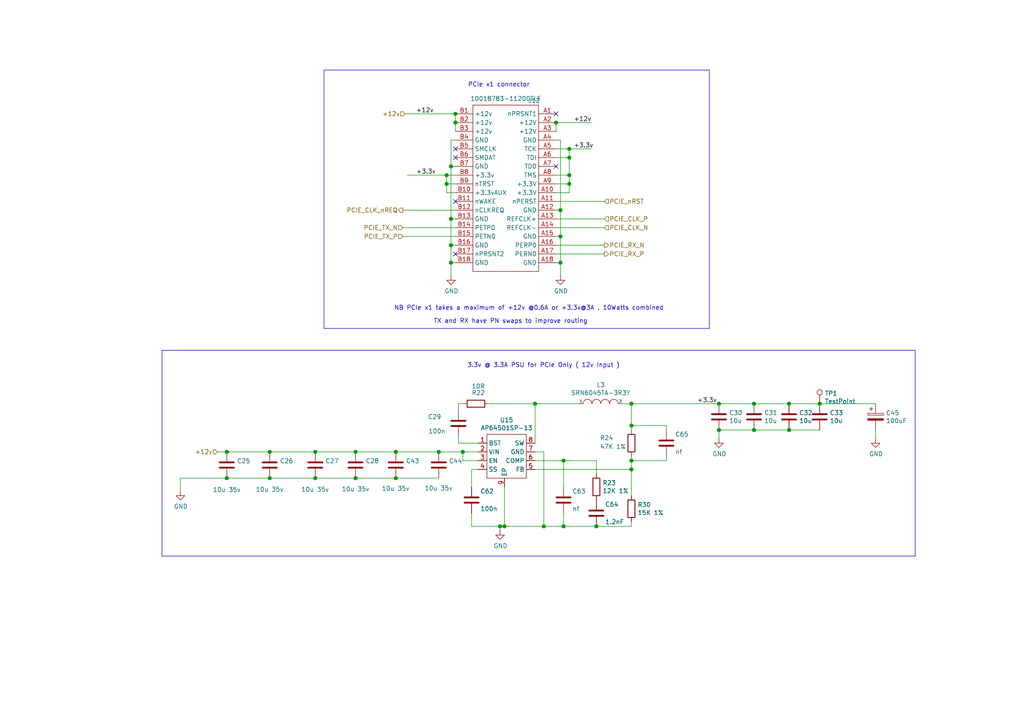
<source format=kicad_sch>
(kicad_sch (version 20210406) (generator eeschema)
  (paper "A4")
  (title_block (title "Compute Module 4 IO Board - PCIe") (rev "1") (company "(c) Raspberry Pi Trading 2020") (comment 1 "www.raspberrypi.org"))
  (lib_symbols
    (symbol "CM4IO:AP64351"
      (property "Reference" "U" (at 0 8.89 0))
      (property "Value" "AP64351" (at 1.27 6.35 0))
      (symbol "AP64351_0_1"
        (rectangle (start -5.08 5.08) (end 6.35 -7.62))
      )
      (symbol "AP64351_1_1"
        (pin passive line (at -7.62 2.54 0) (length 2.54) (name "BST") (number "1"))
        (pin power_in line (at -7.62 0 0) (length 2.54) (name "VIN") (number "2"))
        (pin input line (at -7.62 -2.54 0) (length 2.54) (name "EN") (number "3"))
        (pin input line (at -7.62 -5.08 0) (length 2.54) (name "SS") (number "4"))
        (pin input line (at 8.89 -5.08 180) (length 2.54) (name "FB") (number "5"))
        (pin input line (at 8.89 -2.54 180) (length 2.54) (name "COMP") (number "6"))
        (pin power_in line (at 8.89 0 180) (length 2.54) (name "GND") (number "7"))
        (pin output line (at 8.89 2.54 180) (length 2.54) (name "SW") (number "8"))
        (pin passive line (at 0 -10.16 90) (length 2.54) (name "EP") (number "9"))
      )
    )
    (symbol "CM4IO:PCIe-x1"
      (property "Reference" "J" (at -13.97 36.83 0))
      (property "Value" "PCIe-x1" (at -5.08 -13.97 0))
      (symbol "PCIe-x1_0_0"
        (pin passive line (at 10.16 33.02 180) (length 5.08) (name "nPRSNT1") (number "A1"))
        (pin power_in line (at 10.16 10.16 180) (length 5.08) (name "+3.3V") (number "A10"))
        (pin input line (at 10.16 7.62 180) (length 5.08) (name "nPERST") (number "A11"))
        (pin power_in line (at 10.16 5.08 180) (length 5.08) (name "GND") (number "A12"))
        (pin input line (at 10.16 2.54 180) (length 5.08) (name "REFCLK+") (number "A13"))
        (pin input line (at 10.16 0 180) (length 5.08) (name "REFCLK-") (number "A14"))
        (pin power_in line (at 10.16 -2.54 180) (length 5.08) (name "GND") (number "A15"))
        (pin output line (at 10.16 -5.08 180) (length 5.08) (name "PERP0") (number "A16"))
        (pin output line (at 10.16 -7.62 180) (length 5.08) (name "PERN0") (number "A17"))
        (pin power_in line (at 10.16 -10.16 180) (length 5.08) (name "GND") (number "A18"))
        (pin power_in line (at 10.16 30.48 180) (length 5.08) (name "+12V") (number "A2"))
        (pin power_in line (at 10.16 27.94 180) (length 5.08) (name "+12V") (number "A3"))
        (pin power_in line (at 10.16 25.4 180) (length 5.08) (name "GND") (number "A4"))
        (pin input line (at 10.16 22.86 180) (length 5.08) (name "TCK") (number "A5"))
        (pin input line (at 10.16 20.32 180) (length 5.08) (name "TDI") (number "A6"))
        (pin output line (at 10.16 17.78 180) (length 5.08) (name "TD0") (number "A7"))
        (pin input line (at 10.16 15.24 180) (length 5.08) (name "TMS") (number "A8"))
        (pin power_in line (at 10.16 12.7 180) (length 5.08) (name "+3.3V") (number "A9"))
        (pin power_in line (at -19.05 33.02 0) (length 5.08) (name "+12v") (number "B1"))
        (pin power_in line (at -19.05 10.16 0) (length 5.08) (name "+3.3vAUX") (number "B10"))
        (pin open_collector line (at -19.05 7.62 0) (length 5.08) (name "nWAKE") (number "B11"))
        (pin open_collector line (at -19.05 5.08 0) (length 5.08) (name "nCLKREQ") (number "B12"))
        (pin power_in line (at -19.05 2.54 0) (length 5.08) (name "GND") (number "B13"))
        (pin input line (at -19.05 0 0) (length 5.08) (name "PETP0") (number "B14"))
        (pin input line (at -19.05 -2.54 0) (length 5.08) (name "PETN0") (number "B15"))
        (pin power_in line (at -19.05 -5.08 0) (length 5.08) (name "GND") (number "B16"))
        (pin passive line (at -19.05 -7.62 0) (length 5.08) (name "nPRSNT2") (number "B17"))
        (pin power_in line (at -19.05 -10.16 0) (length 5.08) (name "GND") (number "B18"))
        (pin power_in line (at -19.05 30.48 0) (length 5.08) (name "+12v") (number "B2"))
        (pin power_in line (at -19.05 27.94 0) (length 5.08) (name "+12v") (number "B3"))
        (pin power_in line (at -19.05 25.4 0) (length 5.08) (name "GND") (number "B4"))
        (pin passive line (at -19.05 22.86 0) (length 5.08) (name "SMCLK") (number "B5"))
        (pin passive line (at -19.05 20.32 0) (length 5.08) (name "SMDAT") (number "B6"))
        (pin power_in line (at -19.05 17.78 0) (length 5.08) (name "GND") (number "B7"))
        (pin power_in line (at -19.05 15.24 0) (length 5.08) (name "+3.3v") (number "B8"))
        (pin input line (at -19.05 12.7 0) (length 5.08) (name "nTRST") (number "B9"))
      )
      (symbol "PCIe-x1_0_1"
        (rectangle (start -13.97 35.56) (end 5.08 -12.7))
      )
    )
    (symbol "Connector:TestPoint" (pin_numbers hide) (pin_names (offset 0.762) hide)
      (property "Reference" "TP" (at 0 6.858 0))
      (property "Value" "TestPoint" (at 0 5.08 0))
      (symbol "TestPoint_0_1"
        (circle (center 0 3.302) (radius 0.762))
      )
      (symbol "TestPoint_1_1"
        (pin passive line (at 0 0 90) (length 2.54) (name "1") (number "1"))
      )
    )
    (symbol "Device:C" (pin_numbers hide) (pin_names (offset 0.254))
      (property "Reference" "C" (at 0.635 2.54 0))
      (property "Value" "C" (at 0.635 -2.54 0))
      (symbol "C_0_1"
        (polyline (pts (xy -2.032 -0.762) (xy 2.032 -0.762)) (stroke (width 0.508)))
        (polyline (pts (xy -2.032 0.762) (xy 2.032 0.762)) (stroke (width 0.508)))
      )
      (symbol "C_1_1"
        (pin passive line (at 0 3.81 270) (length 2.794) (name "~") (number "1"))
        (pin passive line (at 0 -3.81 90) (length 2.794) (name "~") (number "2"))
      )
    )
    (symbol "Device:CP" (pin_numbers hide) (pin_names (offset 0.254))
      (property "Reference" "C" (at 0.635 2.54 0))
      (property "Value" "CP" (at 0.635 -2.54 0))
      (symbol "CP_0_1"
        (rectangle (start -2.286 0.508) (end 2.286 1.016))
        (rectangle (start 2.286 -0.508) (end -2.286 -1.016) (fill (type outline)))
        (polyline (pts (xy -1.778 2.286) (xy -0.762 2.286)))
        (polyline (pts (xy -1.27 2.794) (xy -1.27 1.778)))
      )
      (symbol "CP_1_1"
        (pin passive line (at 0 3.81 270) (length 2.794) (name "~") (number "1"))
        (pin passive line (at 0 -3.81 90) (length 2.794) (name "~") (number "2"))
      )
    )
    (symbol "Device:R" (pin_numbers hide) (pin_names (offset 0))
      (property "Reference" "R" (at 2.032 0 90))
      (property "Value" "R" (at 0 0 90))
      (symbol "R_0_1"
        (rectangle (start -1.016 -2.54) (end 1.016 2.54) (stroke (width 0.254)))
      )
      (symbol "R_1_1"
        (pin passive line (at 0 3.81 270) (length 1.27) (name "~") (number "1"))
        (pin passive line (at 0 -3.81 90) (length 1.27) (name "~") (number "2"))
      )
    )
    (symbol "power:GND" (power) (pin_names (offset 0))
      (property "Value" "GND" (at 0 -3.81 0))
      (symbol "GND_0_1"
        (polyline (pts (xy 0 0) (xy 0 -1.27) (xy 1.27 -1.27) (xy 0 -2.54) (xy -1.27 -1.27) (xy 0 -1.27)))
      )
      (symbol "GND_1_1"
        (pin power_in line (at 0 0 270) (length 0) hide (name "GND") (number "1"))
      )
    )
    (symbol "pspice:INDUCTOR" (pin_numbers hide) (pin_names (offset 0))
      (property "Reference" "L" (at 0 2.54 0))
      (property "Value" "INDUCTOR" (at 0 -1.27 0))
      (symbol "INDUCTOR_0_1"
        (arc (start -2.54 0) (end -5.08 0) (radius (at -3.81 0) (length 1.27) (angles 0.1 179.9)))
        (arc (start 0 0) (end -2.54 0) (radius (at -1.27 0) (length 1.27) (angles 0.1 179.9)))
        (arc (start 2.54 0) (end 0 0) (radius (at 1.27 0) (length 1.27) (angles 0.1 179.9)))
        (arc (start 5.08 0) (end 2.54 0) (radius (at 3.81 0) (length 1.27) (angles 0.1 179.9)))
      )
      (symbol "INDUCTOR_1_1"
        (pin input line (at -6.35 0 0) (length 1.27) (name "1") (number "1"))
        (pin input line (at 6.35 0 180) (length 1.27) (name "2") (number "2"))
      )
    )
  )
  (junction (at 65.786 131.064) (diameter 1.016))
  (junction (at 65.786 138.684) (diameter 1.016))
  (junction (at 78.232 131.064) (diameter 1.016))
  (junction (at 78.232 138.684) (diameter 1.016))
  (junction (at 91.44 131.064) (diameter 1.016))
  (junction (at 91.44 138.684) (diameter 1.016))
  (junction (at 103.124 131.064) (diameter 1.016))
  (junction (at 103.124 138.684) (diameter 1.016))
  (junction (at 114.808 131.064) (diameter 1.016))
  (junction (at 114.808 138.684) (diameter 1.016))
  (junction (at 127.254 131.064) (diameter 1.016))
  (junction (at 129.54 50.8) (diameter 1.016))
  (junction (at 129.54 53.34) (diameter 1.016))
  (junction (at 130.81 48.26) (diameter 1.016))
  (junction (at 130.81 63.5) (diameter 1.016))
  (junction (at 130.81 71.12) (diameter 1.016))
  (junction (at 130.81 76.2) (diameter 1.016))
  (junction (at 132.08 33.02) (diameter 1.016))
  (junction (at 132.08 35.56) (diameter 1.016))
  (junction (at 134.239 131.064) (diameter 1.016))
  (junction (at 145.034 152.654) (diameter 1.016))
  (junction (at 146.304 152.654) (diameter 1.016))
  (junction (at 155.194 117.094) (diameter 1.016))
  (junction (at 157.734 152.654) (diameter 1.016))
  (junction (at 161.29 35.56) (diameter 1.016))
  (junction (at 162.56 60.96) (diameter 1.016))
  (junction (at 162.56 68.58) (diameter 1.016))
  (junction (at 162.56 76.2) (diameter 1.016))
  (junction (at 163.449 133.604) (diameter 1.016))
  (junction (at 163.449 152.654) (diameter 1.016))
  (junction (at 165.1 43.18) (diameter 1.016))
  (junction (at 165.1 45.72) (diameter 1.016))
  (junction (at 165.1 50.8) (diameter 1.016))
  (junction (at 165.1 53.34) (diameter 1.016))
  (junction (at 172.974 152.654) (diameter 1.016))
  (junction (at 183.134 117.094) (diameter 1.016))
  (junction (at 183.134 123.444) (diameter 1.016))
  (junction (at 183.134 133.604) (diameter 1.016))
  (junction (at 183.134 136.144) (diameter 1.016))
  (junction (at 208.534 117.094) (diameter 1.016))
  (junction (at 208.534 124.714) (diameter 1.016))
  (junction (at 218.694 117.094) (diameter 1.016))
  (junction (at 218.694 124.714) (diameter 1.016))
  (junction (at 228.854 117.094) (diameter 1.016))
  (junction (at 228.854 124.714) (diameter 1.016))
  (junction (at 237.744 117.094) (diameter 1.016))
  (no_connect (at 132.08 43.18))
  (no_connect (at 132.08 45.72))
  (no_connect (at 132.08 58.42))
  (no_connect (at 132.08 73.66))
  (no_connect (at 161.29 33.02))
  (no_connect (at 161.29 48.26))
  (wire (pts (xy 52.324 138.684) (xy 52.324 142.494)))
  (wire (pts (xy 52.324 138.684) (xy 65.786 138.684)))
  (wire (pts (xy 63.119 131.064) (xy 65.786 131.064)))
  (wire (pts (xy 65.786 131.064) (xy 78.232 131.064)))
  (wire (pts (xy 65.786 138.684) (xy 78.232 138.684)))
  (wire (pts (xy 78.232 131.064) (xy 91.44 131.064)))
  (wire (pts (xy 78.232 138.684) (xy 91.44 138.684)))
  (wire (pts (xy 91.44 131.064) (xy 103.124 131.064)))
  (wire (pts (xy 91.44 138.684) (xy 103.124 138.684)))
  (wire (pts (xy 103.124 131.064) (xy 114.808 131.064)))
  (wire (pts (xy 103.124 138.684) (xy 114.808 138.684)))
  (wire (pts (xy 114.808 131.064) (xy 127.254 131.064)))
  (wire (pts (xy 114.808 138.684) (xy 127.254 138.684)))
  (wire (pts (xy 117.475 33.02) (xy 132.08 33.02)))
  (wire (pts (xy 118.11 50.8) (xy 129.54 50.8)))
  (wire (pts (xy 127.254 131.064) (xy 134.239 131.064)))
  (wire (pts (xy 129.54 50.8) (xy 129.54 53.34)))
  (wire (pts (xy 129.54 50.8) (xy 132.08 50.8)))
  (wire (pts (xy 129.54 53.34) (xy 129.54 55.88)))
  (wire (pts (xy 129.54 53.34) (xy 132.08 53.34)))
  (wire (pts (xy 129.54 55.88) (xy 132.08 55.88)))
  (wire (pts (xy 130.81 40.64) (xy 130.81 48.26)))
  (wire (pts (xy 130.81 48.26) (xy 130.81 63.5)))
  (wire (pts (xy 130.81 63.5) (xy 130.81 71.12)))
  (wire (pts (xy 130.81 71.12) (xy 130.81 76.2)))
  (wire (pts (xy 130.81 76.2) (xy 130.81 80.01)))
  (wire (pts (xy 130.81 76.2) (xy 132.08 76.2)))
  (wire (pts (xy 132.08 35.56) (xy 132.08 33.02)))
  (wire (pts (xy 132.08 38.1) (xy 132.08 35.56)))
  (wire (pts (xy 132.08 40.64) (xy 130.81 40.64)))
  (wire (pts (xy 132.08 48.26) (xy 130.81 48.26)))
  (wire (pts (xy 132.08 60.96) (xy 116.84 60.96)))
  (wire (pts (xy 132.08 63.5) (xy 130.81 63.5)))
  (wire (pts (xy 132.08 66.04) (xy 116.84 66.04)))
  (wire (pts (xy 132.08 68.58) (xy 116.84 68.58)))
  (wire (pts (xy 132.08 71.12) (xy 130.81 71.12)))
  (wire (pts (xy 132.969 117.094) (xy 134.239 117.094)))
  (wire (pts (xy 132.969 118.999) (xy 132.969 117.094)))
  (wire (pts (xy 132.969 126.619) (xy 132.969 128.524)))
  (wire (pts (xy 132.969 128.524) (xy 138.684 128.524)))
  (wire (pts (xy 134.239 131.064) (xy 134.239 133.604)))
  (wire (pts (xy 134.239 131.064) (xy 138.684 131.064)))
  (wire (pts (xy 134.239 133.604) (xy 138.684 133.604)))
  (wire (pts (xy 136.779 136.144) (xy 136.779 141.224)))
  (wire (pts (xy 136.779 148.844) (xy 136.779 152.654)))
  (wire (pts (xy 136.779 152.654) (xy 145.034 152.654)))
  (wire (pts (xy 138.684 136.144) (xy 136.779 136.144)))
  (wire (pts (xy 141.859 117.094) (xy 155.194 117.094)))
  (wire (pts (xy 145.034 152.654) (xy 146.304 152.654)))
  (wire (pts (xy 145.034 153.924) (xy 145.034 152.654)))
  (wire (pts (xy 146.304 141.224) (xy 146.304 152.654)))
  (wire (pts (xy 146.304 152.654) (xy 157.734 152.654)))
  (wire (pts (xy 155.194 117.094) (xy 155.194 128.524)))
  (wire (pts (xy 155.194 117.094) (xy 167.894 117.094)))
  (wire (pts (xy 155.194 131.064) (xy 157.734 131.064)))
  (wire (pts (xy 155.194 133.604) (xy 163.449 133.604)))
  (wire (pts (xy 155.194 136.144) (xy 183.134 136.144)))
  (wire (pts (xy 157.734 131.064) (xy 157.734 152.654)))
  (wire (pts (xy 157.734 152.654) (xy 163.449 152.654)))
  (wire (pts (xy 161.29 35.56) (xy 171.45 35.56)))
  (wire (pts (xy 161.29 38.1) (xy 161.29 35.56)))
  (wire (pts (xy 161.29 40.64) (xy 162.56 40.64)))
  (wire (pts (xy 161.29 43.18) (xy 165.1 43.18)))
  (wire (pts (xy 161.29 45.72) (xy 165.1 45.72)))
  (wire (pts (xy 161.29 50.8) (xy 165.1 50.8)))
  (wire (pts (xy 161.29 53.34) (xy 165.1 53.34)))
  (wire (pts (xy 161.29 55.88) (xy 165.1 55.88)))
  (wire (pts (xy 161.29 58.42) (xy 175.26 58.42)))
  (wire (pts (xy 161.29 60.96) (xy 162.56 60.96)))
  (wire (pts (xy 161.29 63.5) (xy 175.26 63.5)))
  (wire (pts (xy 161.29 66.04) (xy 175.26 66.04)))
  (wire (pts (xy 161.29 68.58) (xy 162.56 68.58)))
  (wire (pts (xy 161.29 71.12) (xy 175.26 71.12)))
  (wire (pts (xy 161.29 73.66) (xy 175.26 73.66)))
  (wire (pts (xy 162.56 40.64) (xy 162.56 60.96)))
  (wire (pts (xy 162.56 60.96) (xy 162.56 68.58)))
  (wire (pts (xy 162.56 68.58) (xy 162.56 76.2)))
  (wire (pts (xy 162.56 76.2) (xy 161.29 76.2)))
  (wire (pts (xy 162.56 76.2) (xy 162.56 80.01)))
  (wire (pts (xy 163.449 133.604) (xy 163.449 141.224)))
  (wire (pts (xy 163.449 133.604) (xy 172.974 133.604)))
  (wire (pts (xy 163.449 148.844) (xy 163.449 152.654)))
  (wire (pts (xy 163.449 152.654) (xy 172.974 152.654)))
  (wire (pts (xy 165.1 43.18) (xy 165.1 45.72)))
  (wire (pts (xy 165.1 43.18) (xy 171.45 43.18)))
  (wire (pts (xy 165.1 45.72) (xy 165.1 50.8)))
  (wire (pts (xy 165.1 50.8) (xy 165.1 53.34)))
  (wire (pts (xy 165.1 55.88) (xy 165.1 53.34)))
  (wire (pts (xy 172.974 137.414) (xy 172.974 133.604)))
  (wire (pts (xy 172.974 152.654) (xy 183.134 152.654)))
  (wire (pts (xy 180.594 117.094) (xy 183.134 117.094)))
  (wire (pts (xy 183.134 117.094) (xy 183.134 123.444)))
  (wire (pts (xy 183.134 117.094) (xy 208.534 117.094)))
  (wire (pts (xy 183.134 123.444) (xy 183.134 124.714)))
  (wire (pts (xy 183.134 123.444) (xy 193.294 123.444)))
  (wire (pts (xy 183.134 132.334) (xy 183.134 133.604)))
  (wire (pts (xy 183.134 133.604) (xy 183.134 136.144)))
  (wire (pts (xy 183.134 133.604) (xy 193.294 133.604)))
  (wire (pts (xy 183.134 136.144) (xy 183.134 143.764)))
  (wire (pts (xy 183.134 152.654) (xy 183.134 151.384)))
  (wire (pts (xy 193.294 123.444) (xy 193.294 124.714)))
  (wire (pts (xy 193.294 133.604) (xy 193.294 132.334)))
  (wire (pts (xy 208.534 117.094) (xy 218.694 117.094)))
  (wire (pts (xy 208.534 124.714) (xy 208.534 127.254)))
  (wire (pts (xy 218.694 117.094) (xy 228.854 117.094)))
  (wire (pts (xy 218.694 124.714) (xy 208.534 124.714)))
  (wire (pts (xy 228.854 117.094) (xy 237.744 117.094)))
  (wire (pts (xy 228.854 124.714) (xy 218.694 124.714)))
  (wire (pts (xy 237.744 117.094) (xy 253.9492 117.094)))
  (wire (pts (xy 237.744 124.714) (xy 228.854 124.714)))
  (wire (pts (xy 253.9492 124.714) (xy 253.9492 127.254)))
  (polyline (pts (xy 46.99 101.6) (xy 46.99 161.29)) (stroke (width 0) (type solid)))
  (polyline (pts (xy 46.99 101.6) (xy 265.43 101.6)) (stroke (width 0) (type solid)))
  (polyline (pts (xy 93.98 20.32) (xy 205.74 20.32)) (stroke (width 0) (type solid)))
  (polyline (pts (xy 93.98 95.25) (xy 93.98 20.32)) (stroke (width 0) (type solid)))
  (polyline (pts (xy 205.74 20.32) (xy 205.74 95.25)) (stroke (width 0) (type solid)))
  (polyline (pts (xy 205.74 95.25) (xy 93.98 95.25)) (stroke (width 0) (type solid)))
  (polyline (pts (xy 265.43 101.6) (xy 265.43 161.29)) (stroke (width 0) (type solid)))
  (polyline (pts (xy 265.43 161.29) (xy 46.99 161.29)) (stroke (width 0) (type solid)))
  (text "NB PCIe x1 takes a maximum of +12v @0.6A or +3.3v@3A , 10Watts combined" (at 114.3 90.17 0) (effects (font (size 1.27 1.27)) (justify left bottom)))
  (text "TX and RX have PN swaps to improve routing\n" (at 125.73 93.98 0) (effects (font (size 1.27 1.27)) (justify left bottom)))
  (text "3.3v @ 3.3A PSU for PCIe Only ( 12v Input )\n\n" (at 135.509 108.839 0) (effects (font (size 1.27 1.27)) (justify left bottom)))
  (text "PCIe x1 connector" (at 153.67 25.4 180) (effects (font (size 1.27 1.27)) (justify right bottom)))
  (label "+12v" (at 120.65 33.02 0))
  (label "+3.3v" (at 120.65 50.8 0))
  (label "+12v" (at 166.37 35.56 0))
  (label "+3.3v" (at 166.37 43.18 0))
  (label "+3.3v" (at 202.184 117.094 0))
  (hierarchical_label "+12v" (shape input) (at 63.119 131.064 180))
  (hierarchical_label "PCIE_CLK_nREQ" (shape output) (at 116.84 60.96 180))
  (hierarchical_label "PCIE_TX_N" (shape input) (at 116.84 66.04 180))
  (hierarchical_label "PCIE_TX_P" (shape input) (at 116.84 68.58 180))
  (hierarchical_label "+12v" (shape input) (at 117.475 33.02 180))
  (hierarchical_label "PCIE_nRST" (shape input) (at 175.26 58.42 0))
  (hierarchical_label "PCIE_CLK_P" (shape input) (at 175.26 63.5 0))
  (hierarchical_label "PCIE_CLK_N" (shape input) (at 175.26 66.04 0))
  (hierarchical_label "PCIE_RX_N" (shape output) (at 175.26 71.12 0))
  (hierarchical_label "PCIE_RX_P" (shape output) (at 175.26 73.66 0))
  (symbol (lib_id "Connector:TestPoint") (at 237.744 117.094 0) (unit 1)
    (property "Reference" "TP1" (at 239.2172 114.0968 0) (effects (justify left)))
    (property "Value" "TestPoint" (at 239.2172 116.4082 0) (effects (justify left)))
    (property "Footprint" "TestPoint:TestPoint_Pad_2.0x2.0mm" (effects hide))
    (property "Field4" "nf" (effects hide))
    (property "Field5" "nf" (effects hide))
    (property "Field6" "nf" (effects hide))
    (property "Field7" "nf" (effects hide))
  )
  (symbol (lib_id "power:GND") (at 52.324 142.494 0) (unit 1)
    (property "Reference" "#PWR?" (effects hide))
    (property "Value" "GND" (at 52.451 146.8882 0))
  )
  (symbol (lib_id "power:GND") (at 130.81 80.01 0) (unit 1)
    (property "Reference" "#PWR?" (effects hide))
    (property "Value" "GND" (at 130.937 84.4042 0))
  )
  (symbol (lib_id "power:GND") (at 145.034 153.924 0) (unit 1)
    (property "Reference" "#PWR?" (effects hide))
    (property "Value" "GND" (at 145.161 158.3182 0))
  )
  (symbol (lib_id "power:GND") (at 162.56 80.01 0) (unit 1)
    (property "Reference" "#PWR?" (effects hide))
    (property "Value" "GND" (at 162.687 84.4042 0))
  )
  (symbol (lib_id "power:GND") (at 208.534 127.254 0) (unit 1)
    (property "Reference" "#PWR?" (effects hide))
    (property "Value" "GND" (at 208.661 131.6482 0))
  )
  (symbol (lib_id "power:GND") (at 253.9492 127.254 0) (unit 1)
    (property "Reference" "#PWR?" (effects hide))
    (property "Value" "GND" (at 254.0762 131.6482 0))
  )
  (symbol (lib_id "Device:R") (at 138.049 117.094 270) (unit 1)
    (property "Reference" "R22" (at 136.779 113.919 90) (effects (justify left)))
    (property "Value" "10R" (at 136.779 112.014 90) (effects (justify left)))
    (property "Footprint" "Resistor_SMD:R_0402_1005Metric" (effects hide))
    (property "Datasheet" "https://fscdn.rohm.com/en/products/databook/datasheet/passive/resistor/chip_resistor/mcr-e.pdf" (effects hide))
    (property "Field4" "Farnell" (effects hide))
    (property "Field5" "9238999" (effects hide))
    (property "Field7" "Yageo" (effects hide))
    (property "Field6" "RC0402FR-0710RL" (effects hide))
    (property "Field8" "URES00256" (effects hide))
    (property "Part Description" "Resistor 10R M1005 1% 63mW" (effects hide))
  )
  (symbol (lib_id "Device:R") (at 172.974 141.224 0) (unit 1)
    (property "Reference" "R23" (at 174.752 140.0556 0) (effects (justify left)))
    (property "Value" "12K 1%" (at 174.752 142.367 0) (effects (justify left)))
    (property "Footprint" "Resistor_SMD:R_0402_1005Metric" (effects hide))
    (property "Datasheet" "https://fscdn.rohm.com/en/products/databook/datasheet/passive/resistor/chip_resistor/mcr-e.pdf" (effects hide))
    (property "Field4" "Farnell" (effects hide))
    (property "Field5" "9239367" (effects hide))
    (property "Field7" "Rohm" (effects hide))
    (property "Field6" "MCR01MZPF1202" (effects hide))
    (property "Part Description" "Resistor 12K M1005 1% 63mW" (effects hide))
  )
  (symbol (lib_id "Device:R") (at 183.134 128.524 0) (unit 1)
    (property "Reference" "R24" (at 173.99 127 0) (effects (justify left)))
    (property "Value" "47K 1%" (at 173.99 129.54 0) (effects (justify left)))
    (property "Footprint" "Resistor_SMD:R_0402_1005Metric" (effects hide))
    (property "Datasheet" "https://fscdn.rohm.com/en/products/databook/datasheet/passive/resistor/chip_resistor/mcr-e.pdf" (effects hide))
    (property "Field4" "Farnell" (effects hide))
    (property "Field5" "9239430" (effects hide))
    (property "Field7" "KOA EUROPE GMBH" (effects hide))
    (property "Field6" "RK73G1ETQTP4702D  " (effects hide))
    (property "Part Description" "Resistor 47K M1005 1% 63mW" (effects hide))
    (property "Field8" "120892781" (effects hide))
  )
  (symbol (lib_id "Device:R") (at 183.134 147.574 0) (unit 1)
    (property "Reference" "R30" (at 184.912 146.4056 0) (effects (justify left)))
    (property "Value" "15K 1%" (at 184.912 148.717 0) (effects (justify left)))
    (property "Footprint" "Resistor_SMD:R_0402_1005Metric" (effects hide))
    (property "Datasheet" "https://fscdn.rohm.com/en/products/databook/datasheet/passive/resistor/chip_resistor/mcr-e.pdf" (effects hide))
    (property "Field4" "Farnell" (effects hide))
    (property "Field5" "9239375" (effects hide))
    (property "Field6" "MCR01MZPF1502" (effects hide))
    (property "Field7" "Rohm" (effects hide))
    (property "Part Description" "Resistor 15K M1005 1% 63mW" (effects hide))
    (property "Field8" "120891581" (effects hide))
  )
  (symbol (lib_id "pspice:INDUCTOR") (at 174.244 117.094 0) (unit 1)
    (property "Reference" "L3" (at 174.244 111.633 0))
    (property "Value" "SRN6045TA-3R3Y" (at 174.244 113.9444 0))
    (property "Footprint" "Inductor_SMD:L_Bourns_SRN6045TA" (effects hide))
    (property "Datasheet" "https://www.bourns.com/docs/Product-Datasheets/SRN6045TA.pdf" (effects hide))
    (property "Field4" "Farnell" (effects hide))
    (property "Field5" "2616889" (effects hide))
    (property "Field6" "SRN6045TA-3R3Y" (effects hide))
    (property "Field7" "Bourns" (effects hide))
    (property "Part Description" "3.3µH Semi-Shielded Wirewound Inductor 7.8A 21mOhm Nonstandard" (effects hide))
  )
  (symbol (lib_id "Device:C") (at 65.786 134.874 0) (unit 1)
    (property "Reference" "C25" (at 68.707 133.7056 0) (effects (justify left)))
    (property "Value" "10u 35v" (at 61.6966 142.0368 0) (effects (justify left)))
    (property "Footprint" "Capacitor_SMD:C_0805_2012Metric" (effects hide))
    (property "Datasheet" "https://www.murata.com/en-global/products/productdetail.aspx?partno=GRM21BC8YA106ME11%23" (effects hide))
    (property "Field5" "490-10505-1-ND" (effects hide))
    (property "Field4" "Digikey" (effects hide))
    (property "Field6" "GRM21BC8YA106KE11L " (effects hide))
    (property "Field7" "Murata" (effects hide))
    (property "Part Description" "	10uF 10% or 20% 35V Ceramic Capacitor X6S 0805 (2012 Metric)" (effects hide))
  )
  (symbol (lib_id "Device:C") (at 78.232 134.874 0) (unit 1)
    (property "Reference" "C26" (at 81.153 133.7056 0) (effects (justify left)))
    (property "Value" "10u 35v" (at 74.1426 141.9606 0) (effects (justify left)))
    (property "Footprint" "Capacitor_SMD:C_0805_2012Metric" (effects hide))
    (property "Datasheet" "https://www.murata.com/en-global/products/productdetail.aspx?partno=GRM21BC8YA106ME11%23" (effects hide))
    (property "Field5" "490-10505-1-ND" (effects hide))
    (property "Field4" "Digikey" (effects hide))
    (property "Field6" "GRM21BC8YA106KE11L " (effects hide))
    (property "Field7" "Murata" (effects hide))
    (property "Part Description" "	10uF 10% or 20% 35V Ceramic Capacitor X6S 0805 (2012 Metric)" (effects hide))
  )
  (symbol (lib_id "Device:C") (at 91.44 134.874 0) (unit 1)
    (property "Reference" "C27" (at 94.361 133.7056 0) (effects (justify left)))
    (property "Value" "10u 35v" (at 87.3252 141.9606 0) (effects (justify left)))
    (property "Footprint" "Capacitor_SMD:C_0805_2012Metric" (effects hide))
    (property "Datasheet" "https://www.murata.com/en-global/products/productdetail.aspx?partno=GRM21BC8YA106ME11%23" (effects hide))
    (property "Field5" "490-10505-1-ND" (effects hide))
    (property "Field4" "Digikey" (effects hide))
    (property "Field6" "GRM21BC8YA106KE11L " (effects hide))
    (property "Field7" "Murata" (effects hide))
    (property "Part Description" "	10uF 10% or 20% 35V Ceramic Capacitor X6S 0805 (2012 Metric)" (effects hide))
  )
  (symbol (lib_id "Device:C") (at 103.124 134.874 0) (unit 1)
    (property "Reference" "C28" (at 106.045 133.7056 0) (effects (justify left)))
    (property "Value" "10u 35v" (at 99.0854 141.8336 0) (effects (justify left)))
    (property "Footprint" "Capacitor_SMD:C_0805_2012Metric" (effects hide))
    (property "Datasheet" "https://www.murata.com/en-global/products/productdetail.aspx?partno=GRM21BC8YA106ME11%23" (effects hide))
    (property "Field5" "490-10505-1-ND" (effects hide))
    (property "Field4" "Digikey" (effects hide))
    (property "Field6" "GRM21BC8YA106KE11L " (effects hide))
    (property "Field7" "Murata" (effects hide))
    (property "Part Description" "	10uF 10% or 20% 35V Ceramic Capacitor X6S 0805 (2012 Metric)" (effects hide))
  )
  (symbol (lib_id "Device:C") (at 114.808 134.874 0) (unit 1)
    (property "Reference" "C43" (at 117.729 133.7056 0) (effects (justify left)))
    (property "Value" "10u 35v" (at 110.6932 141.6812 0) (effects (justify left)))
    (property "Footprint" "Capacitor_SMD:C_0805_2012Metric" (effects hide))
    (property "Datasheet" "https://www.murata.com/en-global/products/productdetail.aspx?partno=GRM21BC8YA106ME11%23" (effects hide))
    (property "Field5" "490-10505-1-ND" (effects hide))
    (property "Field4" "Digikey" (effects hide))
    (property "Field6" "GRM21BC8YA106KE11L " (effects hide))
    (property "Field7" "Murata" (effects hide))
    (property "Part Description" "	10uF 10% or 20% 35V Ceramic Capacitor X6S 0805 (2012 Metric)" (effects hide))
  )
  (symbol (lib_id "Device:C") (at 127.254 134.874 0) (unit 1)
    (property "Reference" "C44" (at 130.175 133.7056 0) (effects (justify left)))
    (property "Value" "10u 35v" (at 123.1392 141.605 0) (effects (justify left)))
    (property "Footprint" "Capacitor_SMD:C_0805_2012Metric" (effects hide))
    (property "Datasheet" "https://www.murata.com/en-global/products/productdetail.aspx?partno=GRM21BC8YA106ME11%23" (effects hide))
    (property "Field5" "490-10505-1-ND" (effects hide))
    (property "Field4" "Digikey" (effects hide))
    (property "Field6" "GRM21BC8YA106KE11L " (effects hide))
    (property "Field7" "Murata" (effects hide))
    (property "Part Description" "	10uF 10% or 20% 35V Ceramic Capacitor X6S 0805 (2012 Metric)" (effects hide))
  )
  (symbol (lib_id "Device:C") (at 132.969 122.809 0) (unit 1)
    (property "Reference" "C29" (at 124.079 120.904 0) (effects (justify left)))
    (property "Value" "100n" (at 124.2314 125.0696 0) (effects (justify left)))
    (property "Footprint" "Capacitor_SMD:C_0402_1005Metric" (effects hide))
    (property "Datasheet" "https://search.murata.co.jp/Ceramy/image/img/A01X/G101/ENG/GRM155R71C104KA88-01.pdf" (effects hide))
    (property "Field4" "Farnell" (effects hide))
    (property "Field5" "2611911" (effects hide))
    (property "Field6" "RM EMK105 B7104KV-F" (effects hide))
    (property "Field7" "TAIYO YUDEN EUROPE GMBH" (effects hide))
    (property "Part Description" "	0.1uF 10% 16V Ceramic Capacitor X7R 0402 (1005 Metric)" (effects hide))
    (property "Field8" "110091611" (effects hide))
  )
  (symbol (lib_id "Device:C") (at 136.779 145.034 0) (unit 1)
    (property "Reference" "C62" (at 139.319 142.494 0) (effects (justify left)))
    (property "Value" "100n" (at 139.319 147.574 0) (effects (justify left)))
    (property "Footprint" "Capacitor_SMD:C_0402_1005Metric" (effects hide))
    (property "Datasheet" "https://search.murata.co.jp/Ceramy/image/img/A01X/G101/ENG/GRM155R71C104KA88-01.pdf" (effects hide))
    (property "Field4" "Farnell" (effects hide))
    (property "Field5" "2611911" (effects hide))
    (property "Field6" "RM EMK105 B7104KV-F" (effects hide))
    (property "Field7" "TAIYO YUDEN EUROPE GMBH" (effects hide))
    (property "Part Description" "	0.1uF 10% 16V Ceramic Capacitor X7R 0402 (1005 Metric)" (effects hide))
    (property "Field8" "110091611" (effects hide))
  )
  (symbol (lib_id "Device:C") (at 163.449 145.034 0) (unit 1)
    (property "Reference" "C63" (at 165.989 142.494 0) (effects (justify left)))
    (property "Value" "nf" (at 165.989 147.574 0) (effects (justify left)))
    (property "Footprint" "Capacitor_SMD:C_0402_1005Metric" (effects hide))
  )
  (symbol (lib_id "Device:C") (at 172.974 148.844 0) (unit 1)
    (property "Reference" "C64" (at 175.514 146.304 0) (effects (justify left)))
    (property "Value" "1.2nF" (at 175.514 151.384 0) (effects (justify left)))
    (property "Footprint" "Capacitor_SMD:C_0402_1005Metric" (effects hide))
    (property "Datasheet" "http://www.farnell.com/datasheets/2734135.pdf?_ga=2.259347658.1738794919.1588350964-1787849031.1568210898&_gac=1.15394434.1588350964.EAIaIQobChMIgrHHs4yT6QIVxevtCh39TA_nEAAYASAAEgK8PfD_BwE" (effects hide))
    (property "Field4" "Digikey" (effects hide))
    (property "Field5" "490-16429-1-ND" (effects hide))
    (property "Field6" "GCM155R71H122KA37D" (effects hide))
    (property "Field7" "Murata" (effects hide))
    (property "Part Description" "1200pF 10% 10V Ceramic Capacitor X5R 0402 (1005 Metric)" (effects hide))
  )
  (symbol (lib_id "Device:C") (at 193.294 128.524 0) (unit 1)
    (property "Reference" "C65" (at 195.834 125.984 0) (effects (justify left)))
    (property "Value" "nf" (at 195.834 131.064 0) (effects (justify left)))
    (property "Footprint" "Capacitor_SMD:C_0402_1005Metric" (effects hide))
    (property "Datasheet" "https://search.murata.co.jp/Ceramy/image/img/A01X/G101/ENG/GJM1555C1H270JB01-01.pdf" (effects hide))
    (property "Field4" "Digikey" (effects hide))
    (property "Field5" "	490-17672-2-ND" (effects hide))
    (property "Field6" "GJM1555C1H270JB01D" (effects hide))
    (property "Field7" "Murata" (effects hide))
    (property "Part Description" "	27pF 5% 50V Ceramic Capacitor C0G, NP0 0402 (1005 Metric)" (effects hide))
  )
  (symbol (lib_id "Device:C") (at 208.534 120.904 0) (unit 1)
    (property "Reference" "C30" (at 211.455 119.7356 0) (effects (justify left)))
    (property "Value" "10u" (at 211.455 122.047 0) (effects (justify left)))
    (property "Footprint" "Capacitor_SMD:C_0805_2012Metric" (effects hide))
    (property "Datasheet" "https://search.murata.co.jp/Ceramy/image/img/A01X/G101/ENG/GRM21BR71A106KA73-01.pdf" (effects hide))
    (property "Field5" "490-14381-1-ND" (effects hide))
    (property "Field4" "Digikey" (effects hide))
    (property "Field6" "GRM21BR71A106KA73L" (effects hide))
    (property "Field7" "Murata" (effects hide))
    (property "Part Description" "	10uF 10% 10V Ceramic Capacitor X7R 0805 (2012 Metric)" (effects hide))
    (property "Field8" "111893011" (effects hide))
  )
  (symbol (lib_id "Device:C") (at 218.694 120.904 0) (unit 1)
    (property "Reference" "C31" (at 221.615 119.7356 0) (effects (justify left)))
    (property "Value" "10u" (at 221.615 122.047 0) (effects (justify left)))
    (property "Footprint" "Capacitor_SMD:C_0805_2012Metric" (effects hide))
    (property "Datasheet" "https://search.murata.co.jp/Ceramy/image/img/A01X/G101/ENG/GRM21BR71A106KA73-01.pdf" (effects hide))
    (property "Field5" "490-14381-1-ND" (effects hide))
    (property "Field4" "Digikey" (effects hide))
    (property "Field6" "GRM21BR71A106KA73L" (effects hide))
    (property "Field7" "Murata" (effects hide))
    (property "Part Description" "	10uF 10% 10V Ceramic Capacitor X7R 0805 (2012 Metric)" (effects hide))
    (property "Field8" "111893011" (effects hide))
  )
  (symbol (lib_id "Device:C") (at 228.854 120.904 0) (unit 1)
    (property "Reference" "C32" (at 231.775 119.7356 0) (effects (justify left)))
    (property "Value" "10u" (at 231.775 122.047 0) (effects (justify left)))
    (property "Footprint" "Capacitor_SMD:C_0805_2012Metric" (effects hide))
    (property "Datasheet" "https://search.murata.co.jp/Ceramy/image/img/A01X/G101/ENG/GRM21BR71A106KA73-01.pdf" (effects hide))
    (property "Field5" "490-14381-1-ND" (effects hide))
    (property "Field4" "Digikey" (effects hide))
    (property "Field6" "GRM21BR71A106KA73L" (effects hide))
    (property "Field7" "Murata" (effects hide))
    (property "Part Description" "	10uF 10% 10V Ceramic Capacitor X7R 0805 (2012 Metric)" (effects hide))
    (property "Field8" "111893011" (effects hide))
  )
  (symbol (lib_id "Device:C") (at 237.744 120.904 0) (unit 1)
    (property "Reference" "C33" (at 240.665 119.7356 0) (effects (justify left)))
    (property "Value" "10u" (at 240.665 122.047 0) (effects (justify left)))
    (property "Footprint" "Capacitor_SMD:C_0805_2012Metric" (effects hide))
    (property "Datasheet" "https://search.murata.co.jp/Ceramy/image/img/A01X/G101/ENG/GRM21BR71A106KA73-01.pdf" (effects hide))
    (property "Field5" "490-14381-1-ND" (effects hide))
    (property "Field4" "Digikey" (effects hide))
    (property "Field6" "GRM21BR71A106KA73L" (effects hide))
    (property "Field7" "Murata" (effects hide))
    (property "Part Description" "	10uF 10% 10V Ceramic Capacitor X7R 0805 (2012 Metric)" (effects hide))
    (property "Field8" "111893011" (effects hide))
  )
  (symbol (lib_id "Device:CP") (at 253.9492 120.904 0) (unit 1)
    (property "Reference" "C45" (at 256.9466 119.7614 0) (effects (justify left)))
    (property "Value" "100uF" (at 256.946 122.047 0) (effects (justify left)))
    (property "Footprint" "Capacitor_Tantalum_SMD:CP_EIA-7343-31_Kemet-D" (effects hide))
    (property "Field4" "Mouser" (effects hide))
    (property "Field5" "667-EEF-CX0J101R" (effects hide))
    (property "Part Description" "Capacitor, SP-Cap, 100u, 6.3V, 15mR ESR" (effects hide))
  )
  (symbol (lib_id "CM4IO:AP64351") (at 146.304 131.064 0) (unit 1)
    (property "Reference" "U15" (at 146.939 121.8184 0))
    (property "Value" "AP64501SP-13" (at 146.939 124.1298 0))
    (property "Footprint" "Package_SO:SOIC-8-1EP_3.9x4.9mm_P1.27mm_EP2.95x4.9mm_Mask2.71x3.4mm_ThermalVias" (effects hide))
    (property "Datasheet" "https://www.diodes.com/assets/Datasheets/AP64501.pdf" (effects hide))
    (property "Field4" "Digikey" (effects hide))
    (property "Field5" "31-AP64501SP-13CT-ND" (effects hide))
    (property "Field6" "AP64501SP-13" (effects hide))
    (property "Field7" "Diodes" (effects hide))
    (property "Part Description" "Buck Switching Regulator IC Positive Adjustable 0.8V 1 Output 5A 8-SOIC (0.154\", 3.90mm Width) Exposed Pad" (effects hide))
  )
  (symbol (lib_id "CM4IO:PCIe-x1") (at 151.13 66.04 0) (unit 1)
    (property "Reference" "J12" (at 154.94 29.21 0))
    (property "Value" "10018783-11200TLF" (at 146.685 28.6004 0))
    (property "Footprint" "CM4IO:PCIex1-36" (effects hide))
    (property "Datasheet" "https://www.mouser.co.uk/datasheet/2/18/10018783-1525093.pdf" (effects hide))
    (property "Field4" "Mouser" (effects hide))
    (property "Field5" "649-10018783-1200TLF" (effects hide))
    (property "Part Description" "PCI Express/PCI Connectors PCIE THROUGH HOLE 36P" (effects hide))
    (property "Field6" "10018783-11200TLF" (effects hide))
    (property "Field7" "Amphenol FCI" (effects hide))
  )
)
</source>
